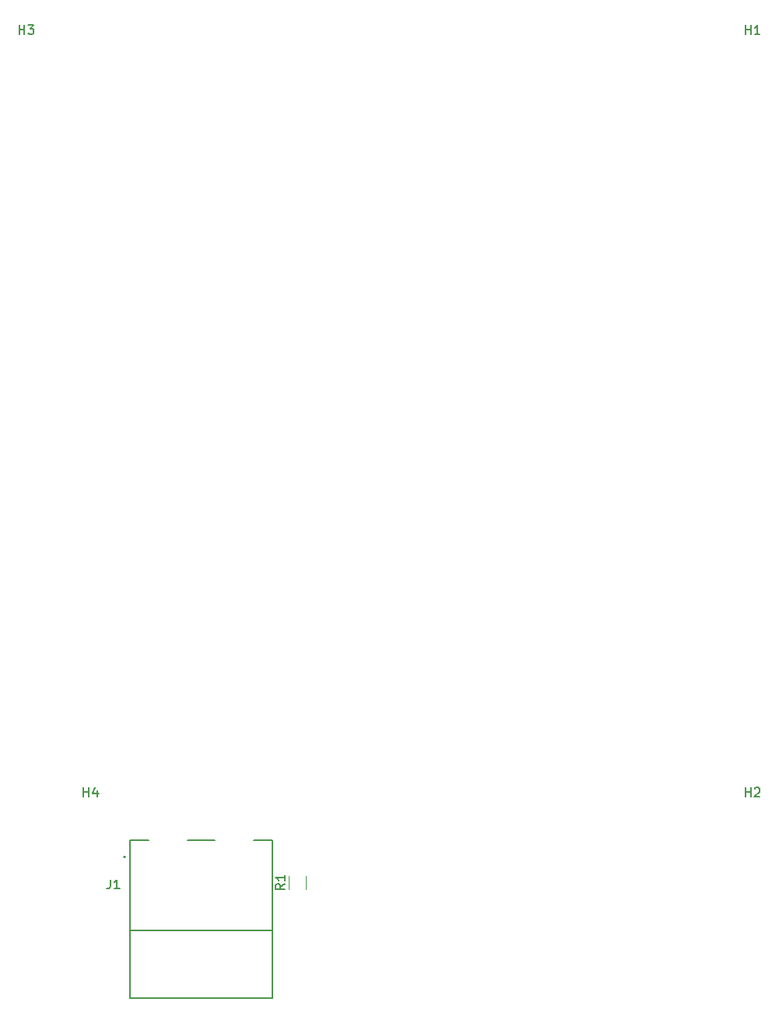
<source format=gbr>
%TF.GenerationSoftware,KiCad,Pcbnew,(6.0.4)*%
%TF.CreationDate,2022-12-15T09:53:27-05:00*%
%TF.ProjectId,HPheater,48506865-6174-4657-922e-6b696361645f,rev?*%
%TF.SameCoordinates,Original*%
%TF.FileFunction,Legend,Top*%
%TF.FilePolarity,Positive*%
%FSLAX46Y46*%
G04 Gerber Fmt 4.6, Leading zero omitted, Abs format (unit mm)*
G04 Created by KiCad (PCBNEW (6.0.4)) date 2022-12-15 09:53:27*
%MOMM*%
%LPD*%
G01*
G04 APERTURE LIST*
%ADD10C,0.150000*%
%ADD11C,0.127000*%
%ADD12C,0.200000*%
%ADD13C,0.120000*%
G04 APERTURE END LIST*
D10*
%TO.C,J1*%
X185166666Y-113452380D02*
X185166666Y-114166666D01*
X185119047Y-114309523D01*
X185023809Y-114404761D01*
X184880952Y-114452380D01*
X184785714Y-114452380D01*
X186166666Y-114452380D02*
X185595238Y-114452380D01*
X185880952Y-114452380D02*
X185880952Y-113452380D01*
X185785714Y-113595238D01*
X185690476Y-113690476D01*
X185595238Y-113738095D01*
%TO.C,H3*%
X175238095Y-21452380D02*
X175238095Y-20452380D01*
X175238095Y-20928571D02*
X175809523Y-20928571D01*
X175809523Y-21452380D02*
X175809523Y-20452380D01*
X176190476Y-20452380D02*
X176809523Y-20452380D01*
X176476190Y-20833333D01*
X176619047Y-20833333D01*
X176714285Y-20880952D01*
X176761904Y-20928571D01*
X176809523Y-21023809D01*
X176809523Y-21261904D01*
X176761904Y-21357142D01*
X176714285Y-21404761D01*
X176619047Y-21452380D01*
X176333333Y-21452380D01*
X176238095Y-21404761D01*
X176190476Y-21357142D01*
%TO.C,R1*%
X204132380Y-113916666D02*
X203656190Y-114250000D01*
X204132380Y-114488095D02*
X203132380Y-114488095D01*
X203132380Y-114107142D01*
X203180000Y-114011904D01*
X203227619Y-113964285D01*
X203322857Y-113916666D01*
X203465714Y-113916666D01*
X203560952Y-113964285D01*
X203608571Y-114011904D01*
X203656190Y-114107142D01*
X203656190Y-114488095D01*
X204132380Y-112964285D02*
X204132380Y-113535714D01*
X204132380Y-113250000D02*
X203132380Y-113250000D01*
X203275238Y-113345238D01*
X203370476Y-113440476D01*
X203418095Y-113535714D01*
%TO.C,H1*%
X254238095Y-21452380D02*
X254238095Y-20452380D01*
X254238095Y-20928571D02*
X254809523Y-20928571D01*
X254809523Y-21452380D02*
X254809523Y-20452380D01*
X255809523Y-21452380D02*
X255238095Y-21452380D01*
X255523809Y-21452380D02*
X255523809Y-20452380D01*
X255428571Y-20595238D01*
X255333333Y-20690476D01*
X255238095Y-20738095D01*
%TO.C,H2*%
X254238095Y-104452380D02*
X254238095Y-103452380D01*
X254238095Y-103928571D02*
X254809523Y-103928571D01*
X254809523Y-104452380D02*
X254809523Y-103452380D01*
X255238095Y-103547619D02*
X255285714Y-103500000D01*
X255380952Y-103452380D01*
X255619047Y-103452380D01*
X255714285Y-103500000D01*
X255761904Y-103547619D01*
X255809523Y-103642857D01*
X255809523Y-103738095D01*
X255761904Y-103880952D01*
X255190476Y-104452380D01*
X255809523Y-104452380D01*
%TO.C,H4*%
X182238095Y-104452380D02*
X182238095Y-103452380D01*
X182238095Y-103928571D02*
X182809523Y-103928571D01*
X182809523Y-104452380D02*
X182809523Y-103452380D01*
X183714285Y-103785714D02*
X183714285Y-104452380D01*
X183476190Y-103404761D02*
X183238095Y-104119047D01*
X183857142Y-104119047D01*
D11*
%TO.C,J1*%
X202747500Y-109150000D02*
X202747500Y-126350000D01*
D10*
X187250500Y-119001000D02*
X202744500Y-119001000D01*
D11*
X202747500Y-126350000D02*
X187247500Y-126350000D01*
X187247500Y-109150000D02*
X189287500Y-109150000D01*
X193507500Y-109150000D02*
X196487500Y-109150000D01*
X187247500Y-126350000D02*
X187247500Y-109150000D01*
X200707500Y-109150000D02*
X202747500Y-109150000D01*
D12*
X186797500Y-111000000D02*
G75*
G03*
X186797500Y-111000000I-100000J0D01*
G01*
D13*
%TO.C,R1*%
X206410000Y-114477064D02*
X206410000Y-113022936D01*
X204590000Y-114477064D02*
X204590000Y-113022936D01*
%TD*%
M02*

</source>
